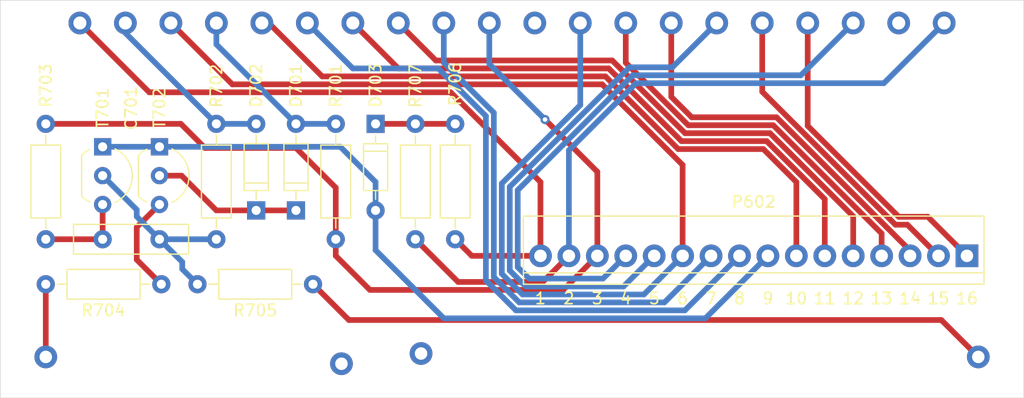
<source format=kicad_pcb>
(kicad_pcb (version 20171130) (host pcbnew "(5.1.7)-1")

  (general
    (thickness 1.6)
    (drawings 21)
    (tracks 146)
    (zones 0)
    (modules 21)
    (nets 30)
  )

  (page A4)
  (layers
    (0 F.Cu signal)
    (31 B.Cu signal)
    (32 B.Adhes user)
    (33 F.Adhes user)
    (34 B.Paste user)
    (35 F.Paste user)
    (36 B.SilkS user)
    (37 F.SilkS user)
    (38 B.Mask user)
    (39 F.Mask user)
    (40 Dwgs.User user)
    (41 Cmts.User user)
    (42 Eco1.User user)
    (43 Eco2.User user)
    (44 Edge.Cuts user)
    (45 Margin user)
    (46 B.CrtYd user)
    (47 F.CrtYd user)
    (48 B.Fab user)
    (49 F.Fab user hide)
  )

  (setup
    (last_trace_width 0.25)
    (user_trace_width 0.5)
    (trace_clearance 0.2)
    (zone_clearance 0.508)
    (zone_45_only no)
    (trace_min 0.2)
    (via_size 0.8)
    (via_drill 0.4)
    (via_min_size 0.4)
    (via_min_drill 0.3)
    (uvia_size 0.3)
    (uvia_drill 0.1)
    (uvias_allowed no)
    (uvia_min_size 0.2)
    (uvia_min_drill 0.1)
    (edge_width 0.05)
    (segment_width 0.2)
    (pcb_text_width 0.3)
    (pcb_text_size 1.5 1.5)
    (mod_edge_width 0.12)
    (mod_text_size 1 1)
    (mod_text_width 0.15)
    (pad_size 2 2)
    (pad_drill 1.1)
    (pad_to_mask_clearance 0)
    (aux_axis_origin 0 0)
    (visible_elements 7FFFFF7F)
    (pcbplotparams
      (layerselection 0x010fc_ffffffff)
      (usegerberextensions true)
      (usegerberattributes true)
      (usegerberadvancedattributes true)
      (creategerberjobfile false)
      (excludeedgelayer true)
      (linewidth 0.100000)
      (plotframeref false)
      (viasonmask false)
      (mode 1)
      (useauxorigin false)
      (hpglpennumber 1)
      (hpglpenspeed 20)
      (hpglpendiameter 15.000000)
      (psnegative false)
      (psa4output false)
      (plotreference true)
      (plotvalue false)
      (plotinvisibletext false)
      (padsonsilk false)
      (subtractmaskfromsilk true)
      (outputformat 1)
      (mirror false)
      (drillshape 0)
      (scaleselection 1)
      (outputdirectory "gerber"))
  )

  (net 0 "")
  (net 1 D20)
  (net 2 D19)
  (net 3 D18)
  (net 4 D17)
  (net 5 D16)
  (net 6 D15)
  (net 7 D14)
  (net 8 D13)
  (net 9 D12)
  (net 10 D11)
  (net 11 D10)
  (net 12 D9)
  (net 13 D8)
  (net 14 D7)
  (net 15 D6)
  (net 16 D5)
  (net 17 D4)
  (net 18 D2)
  (net 19 D1)
  (net 20 "Net-(C701-Pad1)")
  (net 21 "Net-(C701-Pad2)")
  (net 22 "Net-(D701-Pad1)")
  (net 23 "Net-(D703-Pad1)")
  (net 24 "Net-(R704-Pad1)")
  (net 25 P602_9)
  (net 26 "Net-(J3-Pad1)")
  (net 27 "Net-(J4-Pad1)")
  (net 28 "Net-(J5-Pad1)")
  (net 29 "Net-(J6-Pad1)")

  (net_class Default "This is the default net class."
    (clearance 0.2)
    (trace_width 0.25)
    (via_dia 0.8)
    (via_drill 0.4)
    (uvia_dia 0.3)
    (uvia_drill 0.1)
    (add_net D1)
    (add_net D10)
    (add_net D11)
    (add_net D12)
    (add_net D13)
    (add_net D14)
    (add_net D15)
    (add_net D16)
    (add_net D17)
    (add_net D18)
    (add_net D19)
    (add_net D2)
    (add_net D20)
    (add_net D4)
    (add_net D5)
    (add_net D6)
    (add_net D7)
    (add_net D8)
    (add_net D9)
    (add_net "Net-(C701-Pad1)")
    (add_net "Net-(C701-Pad2)")
    (add_net "Net-(D701-Pad1)")
    (add_net "Net-(D703-Pad1)")
    (add_net "Net-(J3-Pad1)")
    (add_net "Net-(J4-Pad1)")
    (add_net "Net-(J5-Pad1)")
    (add_net "Net-(J6-Pad1)")
    (add_net "Net-(R704-Pad1)")
    (add_net P602_9)
  )

  (module dual_cr1750_display:Conn_01x16 (layer F.Cu) (tedit 618F9FA0) (tstamp 60BB4643)
    (at 105 42.5 180)
    (descr "JST XH series connector, B16B-XH-A, top entry type, through hole")
    (tags "connector jst xh tht top vertical 2.50mm")
    (path /60F85363)
    (clearance 0.5)
    (fp_text reference J2 (at 18.75 -3.5) (layer F.SilkS) hide
      (effects (font (size 1 1) (thickness 0.15)))
    )
    (fp_text value Conn_01x16 (at 18.75 4.5) (layer F.Fab) hide
      (effects (font (size 1 1) (thickness 0.15)))
    )
    (fp_line (start 39 -2.5) (end 39 3.5) (layer F.SilkS) (width 0.12))
    (fp_line (start -1.5 -2.5) (end -1.5 3.5) (layer F.SilkS) (width 0.12))
    (fp_line (start 39 -2.5) (end -1.5 -2.5) (layer F.SilkS) (width 0.12))
    (fp_line (start -1.5 -1.5) (end 39 -1.5) (layer F.SilkS) (width 0.12))
    (fp_line (start -1.5 3.5) (end 39 3.5) (layer F.SilkS) (width 0.12))
    (fp_text user %R (at 18.75 2.5) (layer F.Fab) hide
      (effects (font (size 1 1) (thickness 0.15)))
    )
    (pad 1 thru_hole rect (at 0 0 180) (size 2 2) (drill 1.1) (layers *.Cu *.Mask)
      (net 4 D17))
    (pad 2 thru_hole circle (at 2.5 0 180) (size 2 2) (drill 1.1) (layers *.Cu *.Mask)
      (net 5 D16))
    (pad 3 thru_hole circle (at 5 0 180) (size 2 2) (drill 1.1) (layers *.Cu *.Mask)
      (net 7 D14))
    (pad 4 thru_hole circle (at 7.5 0 180) (size 2 2) (drill 1.1) (layers *.Cu *.Mask)
      (net 8 D13))
    (pad 5 thru_hole circle (at 10 0 180) (size 2 2) (drill 1.1) (layers *.Cu *.Mask)
      (net 13 D8))
    (pad 6 thru_hole circle (at 12.5 0 180) (size 2 2) (drill 1.1) (layers *.Cu *.Mask)
      (net 14 D7))
    (pad 7 thru_hole circle (at 15 0 180) (size 2 2) (drill 1.1) (layers *.Cu *.Mask)
      (net 16 D5))
    (pad 8 thru_hole circle (at 17.5 0 180) (size 2 2) (drill 1.1) (layers *.Cu *.Mask)
      (net 25 P602_9))
    (pad 9 thru_hole circle (at 20 0 180) (size 2 2) (drill 1.1) (layers *.Cu *.Mask)
      (net 15 D6))
    (pad 10 thru_hole circle (at 22.5 0 180) (size 2 2) (drill 1.1) (layers *.Cu *.Mask)
      (net 12 D9))
    (pad 11 thru_hole circle (at 25 0 180) (size 2 2) (drill 1.1) (layers *.Cu *.Mask)
      (net 9 D12))
    (pad 12 thru_hole circle (at 27.5 0 180) (size 2 2) (drill 1.1) (layers *.Cu *.Mask)
      (net 6 D15))
    (pad 13 thru_hole circle (at 30 0 180) (size 2 2) (drill 1.1) (layers *.Cu *.Mask)
      (net 3 D18))
    (pad 14 thru_hole circle (at 32.5 0 180) (size 2 2) (drill 1.1) (layers *.Cu *.Mask)
      (net 11 D10))
    (pad 15 thru_hole circle (at 35 0 180) (size 2 2) (drill 1.1) (layers *.Cu *.Mask)
      (net 1 D20))
    (pad 16 thru_hole circle (at 37.5 0 180) (size 2 2) (drill 1.1) (layers *.Cu *.Mask)
      (net 19 D1))
  )

  (module Wire_Pads:SolderWirePad_single_1mmDrill (layer F.Cu) (tedit 618FAB59) (tstamp 60BC0E44)
    (at 24 51.4)
    (path /60FEAA69)
    (fp_text reference J3 (at 0 -3.81) (layer F.SilkS) hide
      (effects (font (size 1 1) (thickness 0.15)))
    )
    (fp_text value P804_8 (at -1.905 3.175) (layer F.Fab)
      (effects (font (size 1 1) (thickness 0.15)))
    )
    (pad 1 thru_hole circle (at 0 0) (size 2 2) (drill 1.1) (layers *.Cu *.Mask)
      (net 26 "Net-(J3-Pad1)"))
  )

  (module Wire_Pads:SolderWirePad_single_1mmDrill (layer F.Cu) (tedit 618FAB60) (tstamp 60BC0834)
    (at 106 51.4)
    (path /60FE6BD3)
    (fp_text reference J4 (at 0 -3.81) (layer F.SilkS) hide
      (effects (font (size 1 1) (thickness 0.15)))
    )
    (fp_text value P804_7 (at -1.905 3.175) (layer F.Fab)
      (effects (font (size 1 1) (thickness 0.15)))
    )
    (pad 1 thru_hole circle (at 0 0) (size 2 2) (drill 1.1) (layers *.Cu *.Mask)
      (net 27 "Net-(J4-Pad1)"))
  )

  (module Wire_Pads:SolderWirePad_single_1mmDrill (layer F.Cu) (tedit 618FAB51) (tstamp 60BBFA6F)
    (at 57 51.1)
    (path /61050FD4)
    (fp_text reference J6 (at 0 -3.81) (layer F.SilkS) hide
      (effects (font (size 1 1) (thickness 0.15)))
    )
    (fp_text value Conn_01x01 (at -1.905 3.175) (layer F.Fab)
      (effects (font (size 1 1) (thickness 0.15)))
    )
    (pad 1 thru_hole circle (at 0 0) (size 2 2) (drill 1.1) (layers *.Cu *.Mask)
      (net 29 "Net-(J6-Pad1)"))
  )

  (module Wire_Pads:SolderWirePad_single_1mmDrill (layer F.Cu) (tedit 618FAB4B) (tstamp 60BBFA6C)
    (at 50 52)
    (path /60FED0A6)
    (fp_text reference J5 (at 0 -3.81) (layer F.SilkS) hide
      (effects (font (size 1 1) (thickness 0.15)))
    )
    (fp_text value Conn_01x01 (at -1.905 3.175) (layer F.Fab)
      (effects (font (size 1 1) (thickness 0.15)))
    )
    (pad 1 thru_hole circle (at 0 0) (size 2 2) (drill 1.1) (layers *.Cu *.Mask)
      (net 28 "Net-(J5-Pad1)"))
  )

  (module Capacitors_THT:C_Disc_D10.0mm_W2.5mm_P5.00mm (layer F.Cu) (tedit 597BC7C2) (tstamp 60BBB1CE)
    (at 34 41.04 180)
    (descr "C, Disc series, Radial, pin pitch=5.00mm, , diameter*width=10*2.5mm^2, Capacitor, http://cdn-reichelt.de/documents/datenblatt/B300/DS_KERKO_TC.pdf")
    (tags "C Disc series Radial pin pitch 5.00mm  diameter 10mm width 2.5mm Capacitor")
    (path /60F9E1DF)
    (fp_text reference C701 (at 2.5 11.54 90) (layer F.SilkS)
      (effects (font (size 1 1) (thickness 0.15)))
    )
    (fp_text value 40nF (at 2.5 2.56) (layer F.Fab)
      (effects (font (size 1 1) (thickness 0.15)))
    )
    (fp_line (start -2.5 -1.25) (end -2.5 1.25) (layer F.Fab) (width 0.1))
    (fp_line (start -2.5 1.25) (end 7.5 1.25) (layer F.Fab) (width 0.1))
    (fp_line (start 7.5 1.25) (end 7.5 -1.25) (layer F.Fab) (width 0.1))
    (fp_line (start 7.5 -1.25) (end -2.5 -1.25) (layer F.Fab) (width 0.1))
    (fp_line (start -2.56 -1.31) (end 7.56 -1.31) (layer F.SilkS) (width 0.12))
    (fp_line (start -2.56 1.31) (end 7.56 1.31) (layer F.SilkS) (width 0.12))
    (fp_line (start -2.56 -1.31) (end -2.56 1.31) (layer F.SilkS) (width 0.12))
    (fp_line (start 7.56 -1.31) (end 7.56 1.31) (layer F.SilkS) (width 0.12))
    (fp_line (start -2.85 -1.6) (end -2.85 1.6) (layer F.CrtYd) (width 0.05))
    (fp_line (start -2.85 1.6) (end 7.85 1.6) (layer F.CrtYd) (width 0.05))
    (fp_line (start 7.85 1.6) (end 7.85 -1.6) (layer F.CrtYd) (width 0.05))
    (fp_line (start 7.85 -1.6) (end -2.85 -1.6) (layer F.CrtYd) (width 0.05))
    (fp_text user %R (at 2.5 0) (layer F.Fab)
      (effects (font (size 1 1) (thickness 0.15)))
    )
    (pad 1 thru_hole circle (at 0 0 180) (size 1.6 1.6) (drill 0.8) (layers *.Cu *.Mask)
      (net 20 "Net-(C701-Pad1)"))
    (pad 2 thru_hole circle (at 5 0 180) (size 1.6 1.6) (drill 0.8) (layers *.Cu *.Mask)
      (net 21 "Net-(C701-Pad2)"))
    (model ${KISYS3DMOD}/Capacitors_THT.3dshapes/C_Disc_D10.0mm_W2.5mm_P5.00mm.wrl
      (at (xyz 0 0 0))
      (scale (xyz 1 1 1))
      (rotate (xyz 0 0 0))
    )
  )

  (module TO_SOT_Packages_THT:TO-92_Inline_Wide (layer F.Cu) (tedit 58CE52AF) (tstamp 60BB545B)
    (at 34 32.9 270)
    (descr "TO-92 leads in-line, wide, drill 0.8mm (see NXP sot054_po.pdf)")
    (tags "to-92 sc-43 sc-43a sot54 PA33 transistor")
    (path /60F91C0A)
    (fp_text reference T702 (at -3.4 0 90) (layer F.SilkS)
      (effects (font (size 1 1) (thickness 0.15)))
    )
    (fp_text value 2SC945 (at 2.54 2.79 90) (layer F.Fab)
      (effects (font (size 1 1) (thickness 0.15)))
    )
    (fp_line (start 0.74 1.85) (end 4.34 1.85) (layer F.SilkS) (width 0.12))
    (fp_line (start 0.8 1.75) (end 4.3 1.75) (layer F.Fab) (width 0.1))
    (fp_line (start -1.01 -2.73) (end 6.09 -2.73) (layer F.CrtYd) (width 0.05))
    (fp_line (start -1.01 -2.73) (end -1.01 2.01) (layer F.CrtYd) (width 0.05))
    (fp_line (start 6.09 2.01) (end 6.09 -2.73) (layer F.CrtYd) (width 0.05))
    (fp_line (start 6.09 2.01) (end -1.01 2.01) (layer F.CrtYd) (width 0.05))
    (fp_text user %R (at 2.54 -3.56 270) (layer F.Fab)
      (effects (font (size 1 1) (thickness 0.15)))
    )
    (fp_arc (start 2.54 0) (end 0.74 1.85) (angle 20) (layer F.SilkS) (width 0.12))
    (fp_arc (start 2.54 0) (end 2.54 -2.6) (angle -65) (layer F.SilkS) (width 0.12))
    (fp_arc (start 2.54 0) (end 2.54 -2.6) (angle 65) (layer F.SilkS) (width 0.12))
    (fp_arc (start 2.54 0) (end 2.54 -2.48) (angle 135) (layer F.Fab) (width 0.1))
    (fp_arc (start 2.54 0) (end 2.54 -2.48) (angle -135) (layer F.Fab) (width 0.1))
    (fp_arc (start 2.54 0) (end 4.34 1.85) (angle -20) (layer F.SilkS) (width 0.12))
    (pad 2 thru_hole circle (at 2.54 0) (size 1.52 1.52) (drill 0.8) (layers *.Cu *.Mask)
      (net 22 "Net-(D701-Pad1)"))
    (pad 3 thru_hole circle (at 5.08 0) (size 1.52 1.52) (drill 0.8) (layers *.Cu *.Mask)
      (net 24 "Net-(R704-Pad1)"))
    (pad 1 thru_hole rect (at 0 0) (size 1.52 1.52) (drill 0.8) (layers *.Cu *.Mask)
      (net 25 P602_9))
    (model ${KISYS3DMOD}/TO_SOT_Packages_THT.3dshapes/TO-92_Inline_Wide.wrl
      (offset (xyz 2.539999961853027 0 0))
      (scale (xyz 1 1 1))
      (rotate (xyz 0 0 -90))
    )
  )

  (module TO_SOT_Packages_THT:TO-92_Inline_Wide (layer F.Cu) (tedit 58CE52AF) (tstamp 60BB5458)
    (at 29 32.9 270)
    (descr "TO-92 leads in-line, wide, drill 0.8mm (see NXP sot054_po.pdf)")
    (tags "to-92 sc-43 sc-43a sot54 PA33 transistor")
    (path /60F92334)
    (fp_text reference T701 (at -3.4 0 90) (layer F.SilkS)
      (effects (font (size 1 1) (thickness 0.15)))
    )
    (fp_text value 2SC945 (at 2.54 2.79 90) (layer F.Fab)
      (effects (font (size 1 1) (thickness 0.15)))
    )
    (fp_line (start 0.74 1.85) (end 4.34 1.85) (layer F.SilkS) (width 0.12))
    (fp_line (start 0.8 1.75) (end 4.3 1.75) (layer F.Fab) (width 0.1))
    (fp_line (start -1.01 -2.73) (end 6.09 -2.73) (layer F.CrtYd) (width 0.05))
    (fp_line (start -1.01 -2.73) (end -1.01 2.01) (layer F.CrtYd) (width 0.05))
    (fp_line (start 6.09 2.01) (end 6.09 -2.73) (layer F.CrtYd) (width 0.05))
    (fp_line (start 6.09 2.01) (end -1.01 2.01) (layer F.CrtYd) (width 0.05))
    (fp_text user %R (at 2.54 -3.56 270) (layer F.Fab)
      (effects (font (size 1 1) (thickness 0.15)))
    )
    (fp_arc (start 2.54 0) (end 0.74 1.85) (angle 20) (layer F.SilkS) (width 0.12))
    (fp_arc (start 2.54 0) (end 2.54 -2.6) (angle -65) (layer F.SilkS) (width 0.12))
    (fp_arc (start 2.54 0) (end 2.54 -2.6) (angle 65) (layer F.SilkS) (width 0.12))
    (fp_arc (start 2.54 0) (end 2.54 -2.48) (angle 135) (layer F.Fab) (width 0.1))
    (fp_arc (start 2.54 0) (end 2.54 -2.48) (angle -135) (layer F.Fab) (width 0.1))
    (fp_arc (start 2.54 0) (end 4.34 1.85) (angle -20) (layer F.SilkS) (width 0.12))
    (pad 2 thru_hole circle (at 2.54 0) (size 1.52 1.52) (drill 0.8) (layers *.Cu *.Mask)
      (net 20 "Net-(C701-Pad1)"))
    (pad 3 thru_hole circle (at 5.08 0) (size 1.52 1.52) (drill 0.8) (layers *.Cu *.Mask)
      (net 21 "Net-(C701-Pad2)"))
    (pad 1 thru_hole rect (at 0 0) (size 1.52 1.52) (drill 0.8) (layers *.Cu *.Mask)
      (net 25 P602_9))
    (model ${KISYS3DMOD}/TO_SOT_Packages_THT.3dshapes/TO-92_Inline_Wide.wrl
      (offset (xyz 2.539999961853027 0 0))
      (scale (xyz 1 1 1))
      (rotate (xyz 0 0 -90))
    )
  )

  (module Resistors_THT:R_Axial_DIN0207_L6.3mm_D2.5mm_P10.16mm_Horizontal (layer F.Cu) (tedit 5874F706) (tstamp 60BB5455)
    (at 56.5 41.04 90)
    (descr "Resistor, Axial_DIN0207 series, Axial, Horizontal, pin pitch=10.16mm, 0.25W = 1/4W, length*diameter=6.3*2.5mm^2, http://cdn-reichelt.de/documents/datenblatt/B400/1_4W%23YAG.pdf")
    (tags "Resistor Axial_DIN0207 series Axial Horizontal pin pitch 10.16mm 0.25W = 1/4W length 6.3mm diameter 2.5mm")
    (path /60F964A1)
    (fp_text reference R707 (at 13.5 0 90) (layer F.SilkS)
      (effects (font (size 1 1) (thickness 0.15)))
    )
    (fp_text value 560 (at 5.08 2.31 90) (layer F.Fab)
      (effects (font (size 1 1) (thickness 0.15)))
    )
    (fp_line (start 1.93 -1.25) (end 1.93 1.25) (layer F.Fab) (width 0.1))
    (fp_line (start 1.93 1.25) (end 8.23 1.25) (layer F.Fab) (width 0.1))
    (fp_line (start 8.23 1.25) (end 8.23 -1.25) (layer F.Fab) (width 0.1))
    (fp_line (start 8.23 -1.25) (end 1.93 -1.25) (layer F.Fab) (width 0.1))
    (fp_line (start 0 0) (end 1.93 0) (layer F.Fab) (width 0.1))
    (fp_line (start 10.16 0) (end 8.23 0) (layer F.Fab) (width 0.1))
    (fp_line (start 1.87 -1.31) (end 1.87 1.31) (layer F.SilkS) (width 0.12))
    (fp_line (start 1.87 1.31) (end 8.29 1.31) (layer F.SilkS) (width 0.12))
    (fp_line (start 8.29 1.31) (end 8.29 -1.31) (layer F.SilkS) (width 0.12))
    (fp_line (start 8.29 -1.31) (end 1.87 -1.31) (layer F.SilkS) (width 0.12))
    (fp_line (start 0.98 0) (end 1.87 0) (layer F.SilkS) (width 0.12))
    (fp_line (start 9.18 0) (end 8.29 0) (layer F.SilkS) (width 0.12))
    (fp_line (start -1.05 -1.6) (end -1.05 1.6) (layer F.CrtYd) (width 0.05))
    (fp_line (start -1.05 1.6) (end 11.25 1.6) (layer F.CrtYd) (width 0.05))
    (fp_line (start 11.25 1.6) (end 11.25 -1.6) (layer F.CrtYd) (width 0.05))
    (fp_line (start 11.25 -1.6) (end -1.05 -1.6) (layer F.CrtYd) (width 0.05))
    (pad 1 thru_hole circle (at 0 0 90) (size 1.6 1.6) (drill 0.8) (layers *.Cu *.Mask)
      (net 1 D20))
    (pad 2 thru_hole oval (at 10.16 0 90) (size 1.6 1.6) (drill 0.8) (layers *.Cu *.Mask)
      (net 23 "Net-(D703-Pad1)"))
    (model ${KISYS3DMOD}/Resistors_THT.3dshapes/R_Axial_DIN0207_L6.3mm_D2.5mm_P10.16mm_Horizontal.wrl
      (at (xyz 0 0 0))
      (scale (xyz 0.393701 0.393701 0.393701))
      (rotate (xyz 0 0 0))
    )
  )

  (module Resistors_THT:R_Axial_DIN0207_L6.3mm_D2.5mm_P10.16mm_Horizontal (layer F.Cu) (tedit 5874F706) (tstamp 60BB5452)
    (at 60 41.04 90)
    (descr "Resistor, Axial_DIN0207 series, Axial, Horizontal, pin pitch=10.16mm, 0.25W = 1/4W, length*diameter=6.3*2.5mm^2, http://cdn-reichelt.de/documents/datenblatt/B400/1_4W%23YAG.pdf")
    (tags "Resistor Axial_DIN0207 series Axial Horizontal pin pitch 10.16mm 0.25W = 1/4W length 6.3mm diameter 2.5mm")
    (path /60F95C49)
    (fp_text reference R706 (at 13.66 0 90) (layer F.SilkS)
      (effects (font (size 1 1) (thickness 0.15)))
    )
    (fp_text value 560 (at 5.08 2.31 90) (layer F.Fab)
      (effects (font (size 1 1) (thickness 0.15)))
    )
    (fp_line (start 1.93 -1.25) (end 1.93 1.25) (layer F.Fab) (width 0.1))
    (fp_line (start 1.93 1.25) (end 8.23 1.25) (layer F.Fab) (width 0.1))
    (fp_line (start 8.23 1.25) (end 8.23 -1.25) (layer F.Fab) (width 0.1))
    (fp_line (start 8.23 -1.25) (end 1.93 -1.25) (layer F.Fab) (width 0.1))
    (fp_line (start 0 0) (end 1.93 0) (layer F.Fab) (width 0.1))
    (fp_line (start 10.16 0) (end 8.23 0) (layer F.Fab) (width 0.1))
    (fp_line (start 1.87 -1.31) (end 1.87 1.31) (layer F.SilkS) (width 0.12))
    (fp_line (start 1.87 1.31) (end 8.29 1.31) (layer F.SilkS) (width 0.12))
    (fp_line (start 8.29 1.31) (end 8.29 -1.31) (layer F.SilkS) (width 0.12))
    (fp_line (start 8.29 -1.31) (end 1.87 -1.31) (layer F.SilkS) (width 0.12))
    (fp_line (start 0.98 0) (end 1.87 0) (layer F.SilkS) (width 0.12))
    (fp_line (start 9.18 0) (end 8.29 0) (layer F.SilkS) (width 0.12))
    (fp_line (start -1.05 -1.6) (end -1.05 1.6) (layer F.CrtYd) (width 0.05))
    (fp_line (start -1.05 1.6) (end 11.25 1.6) (layer F.CrtYd) (width 0.05))
    (fp_line (start 11.25 1.6) (end 11.25 -1.6) (layer F.CrtYd) (width 0.05))
    (fp_line (start 11.25 -1.6) (end -1.05 -1.6) (layer F.CrtYd) (width 0.05))
    (pad 1 thru_hole circle (at 0 0 90) (size 1.6 1.6) (drill 0.8) (layers *.Cu *.Mask)
      (net 19 D1))
    (pad 2 thru_hole oval (at 10.16 0 90) (size 1.6 1.6) (drill 0.8) (layers *.Cu *.Mask)
      (net 23 "Net-(D703-Pad1)"))
    (model ${KISYS3DMOD}/Resistors_THT.3dshapes/R_Axial_DIN0207_L6.3mm_D2.5mm_P10.16mm_Horizontal.wrl
      (at (xyz 0 0 0))
      (scale (xyz 0.393701 0.393701 0.393701))
      (rotate (xyz 0 0 0))
    )
  )

  (module Resistors_THT:R_Axial_DIN0207_L6.3mm_D2.5mm_P10.16mm_Horizontal (layer F.Cu) (tedit 5874F706) (tstamp 60BB544F)
    (at 47.5 45 180)
    (descr "Resistor, Axial_DIN0207 series, Axial, Horizontal, pin pitch=10.16mm, 0.25W = 1/4W, length*diameter=6.3*2.5mm^2, http://cdn-reichelt.de/documents/datenblatt/B400/1_4W%23YAG.pdf")
    (tags "Resistor Axial_DIN0207 series Axial Horizontal pin pitch 10.16mm 0.25W = 1/4W length 6.3mm diameter 2.5mm")
    (path /60F97156)
    (fp_text reference R705 (at 5.08 -2.31) (layer F.SilkS)
      (effects (font (size 1 1) (thickness 0.15)))
    )
    (fp_text value 5,6k (at 5.08 2.31) (layer F.Fab)
      (effects (font (size 1 1) (thickness 0.15)))
    )
    (fp_line (start 1.93 -1.25) (end 1.93 1.25) (layer F.Fab) (width 0.1))
    (fp_line (start 1.93 1.25) (end 8.23 1.25) (layer F.Fab) (width 0.1))
    (fp_line (start 8.23 1.25) (end 8.23 -1.25) (layer F.Fab) (width 0.1))
    (fp_line (start 8.23 -1.25) (end 1.93 -1.25) (layer F.Fab) (width 0.1))
    (fp_line (start 0 0) (end 1.93 0) (layer F.Fab) (width 0.1))
    (fp_line (start 10.16 0) (end 8.23 0) (layer F.Fab) (width 0.1))
    (fp_line (start 1.87 -1.31) (end 1.87 1.31) (layer F.SilkS) (width 0.12))
    (fp_line (start 1.87 1.31) (end 8.29 1.31) (layer F.SilkS) (width 0.12))
    (fp_line (start 8.29 1.31) (end 8.29 -1.31) (layer F.SilkS) (width 0.12))
    (fp_line (start 8.29 -1.31) (end 1.87 -1.31) (layer F.SilkS) (width 0.12))
    (fp_line (start 0.98 0) (end 1.87 0) (layer F.SilkS) (width 0.12))
    (fp_line (start 9.18 0) (end 8.29 0) (layer F.SilkS) (width 0.12))
    (fp_line (start -1.05 -1.6) (end -1.05 1.6) (layer F.CrtYd) (width 0.05))
    (fp_line (start -1.05 1.6) (end 11.25 1.6) (layer F.CrtYd) (width 0.05))
    (fp_line (start 11.25 1.6) (end 11.25 -1.6) (layer F.CrtYd) (width 0.05))
    (fp_line (start 11.25 -1.6) (end -1.05 -1.6) (layer F.CrtYd) (width 0.05))
    (pad 1 thru_hole circle (at 0 0 180) (size 1.6 1.6) (drill 0.8) (layers *.Cu *.Mask)
      (net 27 "Net-(J4-Pad1)"))
    (pad 2 thru_hole oval (at 10.16 0 180) (size 1.6 1.6) (drill 0.8) (layers *.Cu *.Mask)
      (net 20 "Net-(C701-Pad1)"))
    (model ${KISYS3DMOD}/Resistors_THT.3dshapes/R_Axial_DIN0207_L6.3mm_D2.5mm_P10.16mm_Horizontal.wrl
      (at (xyz 0 0 0))
      (scale (xyz 0.393701 0.393701 0.393701))
      (rotate (xyz 0 0 0))
    )
  )

  (module Resistors_THT:R_Axial_DIN0207_L6.3mm_D2.5mm_P10.16mm_Horizontal (layer F.Cu) (tedit 5874F706) (tstamp 60BB544C)
    (at 34.16 45 180)
    (descr "Resistor, Axial_DIN0207 series, Axial, Horizontal, pin pitch=10.16mm, 0.25W = 1/4W, length*diameter=6.3*2.5mm^2, http://cdn-reichelt.de/documents/datenblatt/B400/1_4W%23YAG.pdf")
    (tags "Resistor Axial_DIN0207 series Axial Horizontal pin pitch 10.16mm 0.25W = 1/4W length 6.3mm diameter 2.5mm")
    (path /60F96E0F)
    (fp_text reference R704 (at 5.08 -2.31) (layer F.SilkS)
      (effects (font (size 1 1) (thickness 0.15)))
    )
    (fp_text value 56k (at 5.08 2.31) (layer F.Fab)
      (effects (font (size 1 1) (thickness 0.15)))
    )
    (fp_line (start 1.93 -1.25) (end 1.93 1.25) (layer F.Fab) (width 0.1))
    (fp_line (start 1.93 1.25) (end 8.23 1.25) (layer F.Fab) (width 0.1))
    (fp_line (start 8.23 1.25) (end 8.23 -1.25) (layer F.Fab) (width 0.1))
    (fp_line (start 8.23 -1.25) (end 1.93 -1.25) (layer F.Fab) (width 0.1))
    (fp_line (start 0 0) (end 1.93 0) (layer F.Fab) (width 0.1))
    (fp_line (start 10.16 0) (end 8.23 0) (layer F.Fab) (width 0.1))
    (fp_line (start 1.87 -1.31) (end 1.87 1.31) (layer F.SilkS) (width 0.12))
    (fp_line (start 1.87 1.31) (end 8.29 1.31) (layer F.SilkS) (width 0.12))
    (fp_line (start 8.29 1.31) (end 8.29 -1.31) (layer F.SilkS) (width 0.12))
    (fp_line (start 8.29 -1.31) (end 1.87 -1.31) (layer F.SilkS) (width 0.12))
    (fp_line (start 0.98 0) (end 1.87 0) (layer F.SilkS) (width 0.12))
    (fp_line (start 9.18 0) (end 8.29 0) (layer F.SilkS) (width 0.12))
    (fp_line (start -1.05 -1.6) (end -1.05 1.6) (layer F.CrtYd) (width 0.05))
    (fp_line (start -1.05 1.6) (end 11.25 1.6) (layer F.CrtYd) (width 0.05))
    (fp_line (start 11.25 1.6) (end 11.25 -1.6) (layer F.CrtYd) (width 0.05))
    (fp_line (start 11.25 -1.6) (end -1.05 -1.6) (layer F.CrtYd) (width 0.05))
    (pad 1 thru_hole circle (at 0 0 180) (size 1.6 1.6) (drill 0.8) (layers *.Cu *.Mask)
      (net 24 "Net-(R704-Pad1)"))
    (pad 2 thru_hole oval (at 10.16 0 180) (size 1.6 1.6) (drill 0.8) (layers *.Cu *.Mask)
      (net 26 "Net-(J3-Pad1)"))
    (model ${KISYS3DMOD}/Resistors_THT.3dshapes/R_Axial_DIN0207_L6.3mm_D2.5mm_P10.16mm_Horizontal.wrl
      (at (xyz 0 0 0))
      (scale (xyz 0.393701 0.393701 0.393701))
      (rotate (xyz 0 0 0))
    )
  )

  (module Resistors_THT:R_Axial_DIN0207_L6.3mm_D2.5mm_P10.16mm_Horizontal (layer F.Cu) (tedit 5874F706) (tstamp 60BB5449)
    (at 24 41.04 90)
    (descr "Resistor, Axial_DIN0207 series, Axial, Horizontal, pin pitch=10.16mm, 0.25W = 1/4W, length*diameter=6.3*2.5mm^2, http://cdn-reichelt.de/documents/datenblatt/B400/1_4W%23YAG.pdf")
    (tags "Resistor Axial_DIN0207 series Axial Horizontal pin pitch 10.16mm 0.25W = 1/4W length 6.3mm diameter 2.5mm")
    (path /60F96AEF)
    (fp_text reference R703 (at 13.54 0 90) (layer F.SilkS)
      (effects (font (size 1 1) (thickness 0.15)))
    )
    (fp_text value 56k (at 5.08 2.31 90) (layer F.Fab)
      (effects (font (size 1 1) (thickness 0.15)))
    )
    (fp_line (start 1.93 -1.25) (end 1.93 1.25) (layer F.Fab) (width 0.1))
    (fp_line (start 1.93 1.25) (end 8.23 1.25) (layer F.Fab) (width 0.1))
    (fp_line (start 8.23 1.25) (end 8.23 -1.25) (layer F.Fab) (width 0.1))
    (fp_line (start 8.23 -1.25) (end 1.93 -1.25) (layer F.Fab) (width 0.1))
    (fp_line (start 0 0) (end 1.93 0) (layer F.Fab) (width 0.1))
    (fp_line (start 10.16 0) (end 8.23 0) (layer F.Fab) (width 0.1))
    (fp_line (start 1.87 -1.31) (end 1.87 1.31) (layer F.SilkS) (width 0.12))
    (fp_line (start 1.87 1.31) (end 8.29 1.31) (layer F.SilkS) (width 0.12))
    (fp_line (start 8.29 1.31) (end 8.29 -1.31) (layer F.SilkS) (width 0.12))
    (fp_line (start 8.29 -1.31) (end 1.87 -1.31) (layer F.SilkS) (width 0.12))
    (fp_line (start 0.98 0) (end 1.87 0) (layer F.SilkS) (width 0.12))
    (fp_line (start 9.18 0) (end 8.29 0) (layer F.SilkS) (width 0.12))
    (fp_line (start -1.05 -1.6) (end -1.05 1.6) (layer F.CrtYd) (width 0.05))
    (fp_line (start -1.05 1.6) (end 11.25 1.6) (layer F.CrtYd) (width 0.05))
    (fp_line (start 11.25 1.6) (end 11.25 -1.6) (layer F.CrtYd) (width 0.05))
    (fp_line (start 11.25 -1.6) (end -1.05 -1.6) (layer F.CrtYd) (width 0.05))
    (pad 1 thru_hole circle (at 0 0 90) (size 1.6 1.6) (drill 0.8) (layers *.Cu *.Mask)
      (net 21 "Net-(C701-Pad2)"))
    (pad 2 thru_hole oval (at 10.16 0 90) (size 1.6 1.6) (drill 0.8) (layers *.Cu *.Mask)
      (net 11 D10))
    (model ${KISYS3DMOD}/Resistors_THT.3dshapes/R_Axial_DIN0207_L6.3mm_D2.5mm_P10.16mm_Horizontal.wrl
      (at (xyz 0 0 0))
      (scale (xyz 0.393701 0.393701 0.393701))
      (rotate (xyz 0 0 0))
    )
  )

  (module Resistors_THT:R_Axial_DIN0207_L6.3mm_D2.5mm_P10.16mm_Horizontal (layer F.Cu) (tedit 5874F706) (tstamp 60BB5446)
    (at 39 41.04 90)
    (descr "Resistor, Axial_DIN0207 series, Axial, Horizontal, pin pitch=10.16mm, 0.25W = 1/4W, length*diameter=6.3*2.5mm^2, http://cdn-reichelt.de/documents/datenblatt/B400/1_4W%23YAG.pdf")
    (tags "Resistor Axial_DIN0207 series Axial Horizontal pin pitch 10.16mm 0.25W = 1/4W length 6.3mm diameter 2.5mm")
    (path /60F9679A)
    (fp_text reference R702 (at 13.5 0 90) (layer F.SilkS)
      (effects (font (size 1 1) (thickness 0.15)))
    )
    (fp_text value 8,2k (at 5.08 2.31 90) (layer F.Fab)
      (effects (font (size 1 1) (thickness 0.15)))
    )
    (fp_line (start 1.93 -1.25) (end 1.93 1.25) (layer F.Fab) (width 0.1))
    (fp_line (start 1.93 1.25) (end 8.23 1.25) (layer F.Fab) (width 0.1))
    (fp_line (start 8.23 1.25) (end 8.23 -1.25) (layer F.Fab) (width 0.1))
    (fp_line (start 8.23 -1.25) (end 1.93 -1.25) (layer F.Fab) (width 0.1))
    (fp_line (start 0 0) (end 1.93 0) (layer F.Fab) (width 0.1))
    (fp_line (start 10.16 0) (end 8.23 0) (layer F.Fab) (width 0.1))
    (fp_line (start 1.87 -1.31) (end 1.87 1.31) (layer F.SilkS) (width 0.12))
    (fp_line (start 1.87 1.31) (end 8.29 1.31) (layer F.SilkS) (width 0.12))
    (fp_line (start 8.29 1.31) (end 8.29 -1.31) (layer F.SilkS) (width 0.12))
    (fp_line (start 8.29 -1.31) (end 1.87 -1.31) (layer F.SilkS) (width 0.12))
    (fp_line (start 0.98 0) (end 1.87 0) (layer F.SilkS) (width 0.12))
    (fp_line (start 9.18 0) (end 8.29 0) (layer F.SilkS) (width 0.12))
    (fp_line (start -1.05 -1.6) (end -1.05 1.6) (layer F.CrtYd) (width 0.05))
    (fp_line (start -1.05 1.6) (end 11.25 1.6) (layer F.CrtYd) (width 0.05))
    (fp_line (start 11.25 1.6) (end 11.25 -1.6) (layer F.CrtYd) (width 0.05))
    (fp_line (start 11.25 -1.6) (end -1.05 -1.6) (layer F.CrtYd) (width 0.05))
    (pad 1 thru_hole circle (at 0 0 90) (size 1.6 1.6) (drill 0.8) (layers *.Cu *.Mask)
      (net 20 "Net-(C701-Pad1)"))
    (pad 2 thru_hole oval (at 10.16 0 90) (size 1.6 1.6) (drill 0.8) (layers *.Cu *.Mask)
      (net 18 D2))
    (model ${KISYS3DMOD}/Resistors_THT.3dshapes/R_Axial_DIN0207_L6.3mm_D2.5mm_P10.16mm_Horizontal.wrl
      (at (xyz 0 0 0))
      (scale (xyz 0.393701 0.393701 0.393701))
      (rotate (xyz 0 0 0))
    )
  )

  (module Resistors_THT:R_Axial_DIN0207_L6.3mm_D2.5mm_P10.16mm_Horizontal (layer F.Cu) (tedit 5874F706) (tstamp 60BB5443)
    (at 49.5 30.88 270)
    (descr "Resistor, Axial_DIN0207 series, Axial, Horizontal, pin pitch=10.16mm, 0.25W = 1/4W, length*diameter=6.3*2.5mm^2, http://cdn-reichelt.de/documents/datenblatt/B400/1_4W%23YAG.pdf")
    (tags "Resistor Axial_DIN0207 series Axial Horizontal pin pitch 10.16mm 0.25W = 1/4W length 6.3mm diameter 2.5mm")
    (path /60F95637)
    (fp_text reference R701 (at -3.38 0 90) (layer F.SilkS)
      (effects (font (size 1 1) (thickness 0.15)))
    )
    (fp_text value 8,2k (at 5.08 2.31 90) (layer F.Fab)
      (effects (font (size 1 1) (thickness 0.15)))
    )
    (fp_line (start 1.93 -1.25) (end 1.93 1.25) (layer F.Fab) (width 0.1))
    (fp_line (start 1.93 1.25) (end 8.23 1.25) (layer F.Fab) (width 0.1))
    (fp_line (start 8.23 1.25) (end 8.23 -1.25) (layer F.Fab) (width 0.1))
    (fp_line (start 8.23 -1.25) (end 1.93 -1.25) (layer F.Fab) (width 0.1))
    (fp_line (start 0 0) (end 1.93 0) (layer F.Fab) (width 0.1))
    (fp_line (start 10.16 0) (end 8.23 0) (layer F.Fab) (width 0.1))
    (fp_line (start 1.87 -1.31) (end 1.87 1.31) (layer F.SilkS) (width 0.12))
    (fp_line (start 1.87 1.31) (end 8.29 1.31) (layer F.SilkS) (width 0.12))
    (fp_line (start 8.29 1.31) (end 8.29 -1.31) (layer F.SilkS) (width 0.12))
    (fp_line (start 8.29 -1.31) (end 1.87 -1.31) (layer F.SilkS) (width 0.12))
    (fp_line (start 0.98 0) (end 1.87 0) (layer F.SilkS) (width 0.12))
    (fp_line (start 9.18 0) (end 8.29 0) (layer F.SilkS) (width 0.12))
    (fp_line (start -1.05 -1.6) (end -1.05 1.6) (layer F.CrtYd) (width 0.05))
    (fp_line (start -1.05 1.6) (end 11.25 1.6) (layer F.CrtYd) (width 0.05))
    (fp_line (start 11.25 1.6) (end 11.25 -1.6) (layer F.CrtYd) (width 0.05))
    (fp_line (start 11.25 -1.6) (end -1.05 -1.6) (layer F.CrtYd) (width 0.05))
    (pad 1 thru_hole circle (at 0 0 270) (size 1.6 1.6) (drill 0.8) (layers *.Cu *.Mask)
      (net 17 D4))
    (pad 2 thru_hole oval (at 10.16 0 270) (size 1.6 1.6) (drill 0.8) (layers *.Cu *.Mask)
      (net 11 D10))
    (model ${KISYS3DMOD}/Resistors_THT.3dshapes/R_Axial_DIN0207_L6.3mm_D2.5mm_P10.16mm_Horizontal.wrl
      (at (xyz 0 0 0))
      (scale (xyz 0.393701 0.393701 0.393701))
      (rotate (xyz 0 0 0))
    )
  )

  (module Diodes_THT:D_DO-35_SOD27_P7.62mm_Horizontal (layer F.Cu) (tedit 5921392F) (tstamp 60BB538A)
    (at 53 30.88 270)
    (descr "D, DO-35_SOD27 series, Axial, Horizontal, pin pitch=7.62mm, , length*diameter=4*2mm^2, , http://www.diodes.com/_files/packages/DO-35.pdf")
    (tags "D DO-35_SOD27 series Axial Horizontal pin pitch 7.62mm  length 4mm diameter 2mm")
    (path /60F945EA)
    (fp_text reference D703 (at -3.38 0 90) (layer F.SilkS)
      (effects (font (size 1 1) (thickness 0.15)))
    )
    (fp_text value HZ4C-3 (at 3.81 2.06 90) (layer F.Fab)
      (effects (font (size 1 1) (thickness 0.15)))
    )
    (fp_line (start 1.81 -1) (end 1.81 1) (layer F.Fab) (width 0.1))
    (fp_line (start 1.81 1) (end 5.81 1) (layer F.Fab) (width 0.1))
    (fp_line (start 5.81 1) (end 5.81 -1) (layer F.Fab) (width 0.1))
    (fp_line (start 5.81 -1) (end 1.81 -1) (layer F.Fab) (width 0.1))
    (fp_line (start 0 0) (end 1.81 0) (layer F.Fab) (width 0.1))
    (fp_line (start 7.62 0) (end 5.81 0) (layer F.Fab) (width 0.1))
    (fp_line (start 2.41 -1) (end 2.41 1) (layer F.Fab) (width 0.1))
    (fp_line (start 1.75 -1.06) (end 1.75 1.06) (layer F.SilkS) (width 0.12))
    (fp_line (start 1.75 1.06) (end 5.87 1.06) (layer F.SilkS) (width 0.12))
    (fp_line (start 5.87 1.06) (end 5.87 -1.06) (layer F.SilkS) (width 0.12))
    (fp_line (start 5.87 -1.06) (end 1.75 -1.06) (layer F.SilkS) (width 0.12))
    (fp_line (start 0.98 0) (end 1.75 0) (layer F.SilkS) (width 0.12))
    (fp_line (start 6.64 0) (end 5.87 0) (layer F.SilkS) (width 0.12))
    (fp_line (start 2.41 -1.06) (end 2.41 1.06) (layer F.SilkS) (width 0.12))
    (fp_line (start -1.05 -1.35) (end -1.05 1.35) (layer F.CrtYd) (width 0.05))
    (fp_line (start -1.05 1.35) (end 8.7 1.35) (layer F.CrtYd) (width 0.05))
    (fp_line (start 8.7 1.35) (end 8.7 -1.35) (layer F.CrtYd) (width 0.05))
    (fp_line (start 8.7 -1.35) (end -1.05 -1.35) (layer F.CrtYd) (width 0.05))
    (fp_text user %R (at 3.81 0 90) (layer F.Fab)
      (effects (font (size 1 1) (thickness 0.15)))
    )
    (pad 1 thru_hole rect (at 0 0 270) (size 1.6 1.6) (drill 0.8) (layers *.Cu *.Mask)
      (net 23 "Net-(D703-Pad1)"))
    (pad 2 thru_hole oval (at 7.62 0 270) (size 1.6 1.6) (drill 0.8) (layers *.Cu *.Mask)
      (net 25 P602_9))
    (model ${KISYS3DMOD}/Diodes_THT.3dshapes/D_DO-35_SOD27_P7.62mm_Horizontal.wrl
      (at (xyz 0 0 0))
      (scale (xyz 0.393701 0.393701 0.393701))
      (rotate (xyz 0 0 0))
    )
  )

  (module Diodes_THT:D_DO-35_SOD27_P7.62mm_Horizontal (layer F.Cu) (tedit 5921392F) (tstamp 60BB5387)
    (at 42.5 38.5 90)
    (descr "D, DO-35_SOD27 series, Axial, Horizontal, pin pitch=7.62mm, , length*diameter=4*2mm^2, , http://www.diodes.com/_files/packages/DO-35.pdf")
    (tags "D DO-35_SOD27 series Axial Horizontal pin pitch 7.62mm  length 4mm diameter 2mm")
    (path /60F93C2B)
    (fp_text reference D702 (at 11 0 90) (layer F.SilkS)
      (effects (font (size 1 1) (thickness 0.15)))
    )
    (fp_text value IS1588 (at 3.81 2.06 90) (layer F.Fab)
      (effects (font (size 1 1) (thickness 0.15)))
    )
    (fp_line (start 1.81 -1) (end 1.81 1) (layer F.Fab) (width 0.1))
    (fp_line (start 1.81 1) (end 5.81 1) (layer F.Fab) (width 0.1))
    (fp_line (start 5.81 1) (end 5.81 -1) (layer F.Fab) (width 0.1))
    (fp_line (start 5.81 -1) (end 1.81 -1) (layer F.Fab) (width 0.1))
    (fp_line (start 0 0) (end 1.81 0) (layer F.Fab) (width 0.1))
    (fp_line (start 7.62 0) (end 5.81 0) (layer F.Fab) (width 0.1))
    (fp_line (start 2.41 -1) (end 2.41 1) (layer F.Fab) (width 0.1))
    (fp_line (start 1.75 -1.06) (end 1.75 1.06) (layer F.SilkS) (width 0.12))
    (fp_line (start 1.75 1.06) (end 5.87 1.06) (layer F.SilkS) (width 0.12))
    (fp_line (start 5.87 1.06) (end 5.87 -1.06) (layer F.SilkS) (width 0.12))
    (fp_line (start 5.87 -1.06) (end 1.75 -1.06) (layer F.SilkS) (width 0.12))
    (fp_line (start 0.98 0) (end 1.75 0) (layer F.SilkS) (width 0.12))
    (fp_line (start 6.64 0) (end 5.87 0) (layer F.SilkS) (width 0.12))
    (fp_line (start 2.41 -1.06) (end 2.41 1.06) (layer F.SilkS) (width 0.12))
    (fp_line (start -1.05 -1.35) (end -1.05 1.35) (layer F.CrtYd) (width 0.05))
    (fp_line (start -1.05 1.35) (end 8.7 1.35) (layer F.CrtYd) (width 0.05))
    (fp_line (start 8.7 1.35) (end 8.7 -1.35) (layer F.CrtYd) (width 0.05))
    (fp_line (start 8.7 -1.35) (end -1.05 -1.35) (layer F.CrtYd) (width 0.05))
    (fp_text user %R (at 3.81 0 90) (layer F.Fab)
      (effects (font (size 1 1) (thickness 0.15)))
    )
    (pad 1 thru_hole rect (at 0 0 90) (size 1.6 1.6) (drill 0.8) (layers *.Cu *.Mask)
      (net 22 "Net-(D701-Pad1)"))
    (pad 2 thru_hole oval (at 7.62 0 90) (size 1.6 1.6) (drill 0.8) (layers *.Cu *.Mask)
      (net 18 D2))
    (model ${KISYS3DMOD}/Diodes_THT.3dshapes/D_DO-35_SOD27_P7.62mm_Horizontal.wrl
      (at (xyz 0 0 0))
      (scale (xyz 0.393701 0.393701 0.393701))
      (rotate (xyz 0 0 0))
    )
  )

  (module Diodes_THT:D_DO-35_SOD27_P7.62mm_Horizontal (layer F.Cu) (tedit 5921392F) (tstamp 60BB5384)
    (at 46 38.5 90)
    (descr "D, DO-35_SOD27 series, Axial, Horizontal, pin pitch=7.62mm, , length*diameter=4*2mm^2, , http://www.diodes.com/_files/packages/DO-35.pdf")
    (tags "D DO-35_SOD27 series Axial Horizontal pin pitch 7.62mm  length 4mm diameter 2mm")
    (path /60F92ED3)
    (fp_text reference D701 (at 11 0 90) (layer F.SilkS)
      (effects (font (size 1 1) (thickness 0.15)))
    )
    (fp_text value IS1588 (at 3.81 2.06 90) (layer F.Fab)
      (effects (font (size 1 1) (thickness 0.15)))
    )
    (fp_line (start 1.81 -1) (end 1.81 1) (layer F.Fab) (width 0.1))
    (fp_line (start 1.81 1) (end 5.81 1) (layer F.Fab) (width 0.1))
    (fp_line (start 5.81 1) (end 5.81 -1) (layer F.Fab) (width 0.1))
    (fp_line (start 5.81 -1) (end 1.81 -1) (layer F.Fab) (width 0.1))
    (fp_line (start 0 0) (end 1.81 0) (layer F.Fab) (width 0.1))
    (fp_line (start 7.62 0) (end 5.81 0) (layer F.Fab) (width 0.1))
    (fp_line (start 2.41 -1) (end 2.41 1) (layer F.Fab) (width 0.1))
    (fp_line (start 1.75 -1.06) (end 1.75 1.06) (layer F.SilkS) (width 0.12))
    (fp_line (start 1.75 1.06) (end 5.87 1.06) (layer F.SilkS) (width 0.12))
    (fp_line (start 5.87 1.06) (end 5.87 -1.06) (layer F.SilkS) (width 0.12))
    (fp_line (start 5.87 -1.06) (end 1.75 -1.06) (layer F.SilkS) (width 0.12))
    (fp_line (start 0.98 0) (end 1.75 0) (layer F.SilkS) (width 0.12))
    (fp_line (start 6.64 0) (end 5.87 0) (layer F.SilkS) (width 0.12))
    (fp_line (start 2.41 -1.06) (end 2.41 1.06) (layer F.SilkS) (width 0.12))
    (fp_line (start -1.05 -1.35) (end -1.05 1.35) (layer F.CrtYd) (width 0.05))
    (fp_line (start -1.05 1.35) (end 8.7 1.35) (layer F.CrtYd) (width 0.05))
    (fp_line (start 8.7 1.35) (end 8.7 -1.35) (layer F.CrtYd) (width 0.05))
    (fp_line (start 8.7 -1.35) (end -1.05 -1.35) (layer F.CrtYd) (width 0.05))
    (fp_text user %R (at 3.81 0 90) (layer F.Fab)
      (effects (font (size 1 1) (thickness 0.15)))
    )
    (pad 1 thru_hole rect (at 0 0 90) (size 1.6 1.6) (drill 0.8) (layers *.Cu *.Mask)
      (net 22 "Net-(D701-Pad1)"))
    (pad 2 thru_hole oval (at 7.62 0 90) (size 1.6 1.6) (drill 0.8) (layers *.Cu *.Mask)
      (net 17 D4))
    (model ${KISYS3DMOD}/Diodes_THT.3dshapes/D_DO-35_SOD27_P7.62mm_Horizontal.wrl
      (at (xyz 0 0 0))
      (scale (xyz 0.393701 0.393701 0.393701))
      (rotate (xyz 0 0 0))
    )
  )

  (module Mounting_Holes:MountingHole_2.2mm_M2 (layer F.Cu) (tedit 56D1B4CB) (tstamp 60BB488B)
    (at 100 51.4)
    (descr "Mounting Hole 2.2mm, no annular, M2")
    (tags "mounting hole 2.2mm no annular m2")
    (path /60F87B0C)
    (attr virtual)
    (fp_text reference H2 (at 0 -3.2) (layer F.SilkS) hide
      (effects (font (size 1 1) (thickness 0.15)))
    )
    (fp_text value MountingHole (at 0 3.2) (layer F.Fab) hide
      (effects (font (size 1 1) (thickness 0.15)))
    )
    (fp_circle (center 0 0) (end 2.2 0) (layer Cmts.User) (width 0.15))
    (fp_circle (center 0 0) (end 2.45 0) (layer F.CrtYd) (width 0.05))
    (fp_text user %R (at 0.3 0) (layer F.Fab)
      (effects (font (size 1 1) (thickness 0.15)))
    )
    (pad 1 np_thru_hole circle (at 0 0) (size 2.2 2.2) (drill 2.2) (layers *.Cu *.Mask))
  )

  (module Mounting_Holes:MountingHole_2.2mm_M2 (layer F.Cu) (tedit 56D1B4CB) (tstamp 60BB4888)
    (at 30 51.4)
    (descr "Mounting Hole 2.2mm, no annular, M2")
    (tags "mounting hole 2.2mm no annular m2")
    (path /60F88152)
    (attr virtual)
    (fp_text reference H1 (at 0 -3.2) (layer F.SilkS) hide
      (effects (font (size 1 1) (thickness 0.15)))
    )
    (fp_text value MountingHole (at 0 3.2) (layer F.Fab) hide
      (effects (font (size 1 1) (thickness 0.15)))
    )
    (fp_circle (center 0 0) (end 2.2 0) (layer Cmts.User) (width 0.15))
    (fp_circle (center 0 0) (end 2.45 0) (layer F.CrtYd) (width 0.05))
    (fp_text user %R (at 0.3 0) (layer F.Fab)
      (effects (font (size 1 1) (thickness 0.15)))
    )
    (pad 1 np_thru_hole circle (at 0 0) (size 2.2 2.2) (drill 2.2) (layers *.Cu *.Mask))
  )

  (module dual_cr1750_display:DISPLAY_01x20 (layer F.Cu) (tedit 60D8206E) (tstamp 60BB3A09)
    (at 27 22)
    (path /60F83C02)
    (fp_text reference J1 (at 40 5.5) (layer F.SilkS) hide
      (effects (font (size 1 1) (thickness 0.15)))
    )
    (fp_text value Display (at 40 4.5) (layer F.Fab) hide
      (effects (font (size 1 1) (thickness 0.15)))
    )
    (pad 20 thru_hole circle (at 76 0) (size 2 2) (drill 1.15) (layers *.Cu *.Mask)
      (net 1 D20))
    (pad 19 thru_hole circle (at 72 0) (size 2 2) (drill 1.15) (layers *.Cu *.Mask)
      (net 2 D19))
    (pad 18 thru_hole circle (at 68 0) (size 2 2) (drill 1.15) (layers *.Cu *.Mask)
      (net 3 D18))
    (pad 17 thru_hole circle (at 64 0) (size 2 2) (drill 1.15) (layers *.Cu *.Mask)
      (net 4 D17))
    (pad 16 thru_hole circle (at 60 0) (size 2 2) (drill 1.15) (layers *.Cu *.Mask)
      (net 5 D16))
    (pad 15 thru_hole circle (at 56 0) (size 2 2) (drill 1.15) (layers *.Cu *.Mask)
      (net 6 D15))
    (pad 14 thru_hole circle (at 52 0) (size 2 2) (drill 1.15) (layers *.Cu *.Mask)
      (net 7 D14))
    (pad 13 thru_hole circle (at 48 0) (size 2 2) (drill 1.15) (layers *.Cu *.Mask)
      (net 8 D13))
    (pad 12 thru_hole circle (at 44 0) (size 2 2) (drill 1.15) (layers *.Cu *.Mask)
      (net 9 D12))
    (pad 11 thru_hole circle (at 40 0) (size 2 2) (drill 1.15) (layers *.Cu *.Mask)
      (net 10 D11))
    (pad 10 thru_hole circle (at 36 0) (size 2 2) (drill 1.15) (layers *.Cu *.Mask)
      (net 11 D10))
    (pad 9 thru_hole circle (at 32 0) (size 2 2) (drill 1.15) (layers *.Cu *.Mask)
      (net 12 D9))
    (pad 8 thru_hole circle (at 28 0) (size 2 2) (drill 1.15) (layers *.Cu *.Mask)
      (net 13 D8))
    (pad 7 thru_hole circle (at 24 0) (size 2 2) (drill 1.15) (layers *.Cu *.Mask)
      (net 14 D7))
    (pad 6 thru_hole circle (at 20 0) (size 2 2) (drill 1.15) (layers *.Cu *.Mask)
      (net 15 D6))
    (pad 5 thru_hole circle (at 16 0) (size 2 2) (drill 1.15) (layers *.Cu *.Mask)
      (net 16 D5))
    (pad 4 thru_hole circle (at 12 0) (size 2 2) (drill 1.15) (layers *.Cu *.Mask)
      (net 17 D4))
    (pad 3 thru_hole circle (at 8 0) (size 2 2) (drill 1.15) (layers *.Cu *.Mask)
      (net 9 D12))
    (pad 2 thru_hole circle (at 4 0) (size 2 2) (drill 1.15) (layers *.Cu *.Mask)
      (net 18 D2))
    (pad 1 thru_hole circle (at 0 0) (size 2 2) (drill 1.15) (layers *.Cu *.Mask)
      (net 19 D1))
  )

  (gr_text P602 (at 86.25 37.75) (layer F.SilkS) (tstamp 618FA32C)
    (effects (font (size 1 1) (thickness 0.15)))
  )
  (gr_text 16 (at 105 46.25) (layer F.SilkS) (tstamp 618FA306)
    (effects (font (size 1 1) (thickness 0.15)))
  )
  (gr_text 15 (at 102.5 46.25) (layer F.SilkS) (tstamp 618FA304)
    (effects (font (size 1 1) (thickness 0.15)))
  )
  (gr_text 14 (at 100 46.25) (layer F.SilkS) (tstamp 618FA302)
    (effects (font (size 1 1) (thickness 0.15)))
  )
  (gr_text 13 (at 97.5 46.25) (layer F.SilkS) (tstamp 618FA300)
    (effects (font (size 1 1) (thickness 0.15)))
  )
  (gr_text 12 (at 95 46.25) (layer F.SilkS) (tstamp 618FA2FE)
    (effects (font (size 1 1) (thickness 0.15)))
  )
  (gr_text 11 (at 92.5 46.25) (layer F.SilkS) (tstamp 618FA2FC)
    (effects (font (size 1 1) (thickness 0.15)))
  )
  (gr_text 10 (at 90 46.25) (layer F.SilkS) (tstamp 618FA2FA)
    (effects (font (size 1 1) (thickness 0.15)))
  )
  (gr_text 9 (at 87.5 46.25) (layer F.SilkS) (tstamp 618FA2F8)
    (effects (font (size 1 1) (thickness 0.15)))
  )
  (gr_text 7 (at 82.5 46.25) (layer F.SilkS) (tstamp 618FA2F5)
    (effects (font (size 1 1) (thickness 0.15)))
  )
  (gr_text 8 (at 85 46.25) (layer F.SilkS) (tstamp 618FA2F2)
    (effects (font (size 1 1) (thickness 0.15)))
  )
  (gr_text 6 (at 80 46.25) (layer F.SilkS) (tstamp 618FA2F0)
    (effects (font (size 1 1) (thickness 0.15)))
  )
  (gr_text 5 (at 77.5 46.25) (layer F.SilkS) (tstamp 618FA2EE)
    (effects (font (size 1 1) (thickness 0.15)))
  )
  (gr_text 4 (at 75 46.25) (layer F.SilkS) (tstamp 618FA2EC)
    (effects (font (size 1 1) (thickness 0.15)))
  )
  (gr_text 3 (at 72.5 46.25) (layer F.SilkS) (tstamp 618FA2EA)
    (effects (font (size 1 1) (thickness 0.15)))
  )
  (gr_text 2 (at 70 46.25) (layer F.SilkS) (tstamp 618FA2E8)
    (effects (font (size 1 1) (thickness 0.15)))
  )
  (gr_text 1 (at 67.5 46.25) (layer F.SilkS)
    (effects (font (size 1 1) (thickness 0.15)))
  )
  (gr_line (start 20 55) (end 20 20) (layer Edge.Cuts) (width 0.05) (tstamp 60BB37F6))
  (gr_line (start 110 55) (end 20 55) (layer Edge.Cuts) (width 0.05))
  (gr_line (start 110 20) (end 110 55) (layer Edge.Cuts) (width 0.05))
  (gr_line (start 20 20) (end 110 20) (layer Edge.Cuts) (width 0.05))

  (segment (start 103 22) (end 97.7 27.3) (width 0.5) (layer B.Cu) (net 1))
  (segment (start 97.7 27.3) (end 75.9 27.3) (width 0.5) (layer B.Cu) (net 1))
  (segment (start 70 33.2) (end 70 42.5) (width 0.5) (layer B.Cu) (net 1))
  (segment (start 75.9 27.3) (end 70 33.2) (width 0.5) (layer B.Cu) (net 1))
  (segment (start 67.70001 44.79999) (end 70 42.5) (width 0.5) (layer F.Cu) (net 1))
  (segment (start 60.25999 44.79999) (end 67.70001 44.79999) (width 0.5) (layer F.Cu) (net 1))
  (segment (start 56.5 41.04) (end 60.25999 44.79999) (width 0.5) (layer F.Cu) (net 1))
  (segment (start 75.610047 26.59999) (end 90.40001 26.59999) (width 0.5) (layer B.Cu) (net 3))
  (segment (start 65.5 43.5) (end 65.5 36.710038) (width 0.5) (layer B.Cu) (net 3))
  (segment (start 65.5 36.710038) (end 75.610047 26.59999) (width 0.5) (layer B.Cu) (net 3))
  (segment (start 66.5 44.5) (end 65.5 43.5) (width 0.5) (layer B.Cu) (net 3))
  (segment (start 73 44.5) (end 66.5 44.5) (width 0.5) (layer B.Cu) (net 3))
  (segment (start 90.40001 26.59999) (end 95 22) (width 0.5) (layer B.Cu) (net 3))
  (segment (start 75 42.5) (end 73 44.5) (width 0.5) (layer B.Cu) (net 3))
  (segment (start 91 31.060224) (end 91 22) (width 0.5) (layer F.Cu) (net 4))
  (segment (start 98.999804 39.060028) (end 91 31.060224) (width 0.5) (layer F.Cu) (net 4))
  (segment (start 101.560028 39.060028) (end 98.999804 39.060028) (width 0.5) (layer F.Cu) (net 4))
  (segment (start 105 42.5) (end 101.560028 39.060028) (width 0.5) (layer F.Cu) (net 4))
  (segment (start 87 22) (end 87 28.050186) (width 0.5) (layer F.Cu) (net 5))
  (segment (start 87 28.050186) (end 98.709852 39.760038) (width 0.5) (layer F.Cu) (net 5))
  (segment (start 99.760038 39.760038) (end 98.709852 39.760038) (width 0.5) (layer F.Cu) (net 5))
  (segment (start 102.5 42.5) (end 99.760038 39.760038) (width 0.5) (layer F.Cu) (net 5))
  (segment (start 75.320094 25.89998) (end 79.10002 25.89998) (width 0.5) (layer B.Cu) (net 6))
  (segment (start 64.79999 36.420084) (end 75.320094 25.89998) (width 0.5) (layer B.Cu) (net 6))
  (segment (start 64.79999 43.789953) (end 64.79999 36.420084) (width 0.5) (layer B.Cu) (net 6))
  (segment (start 66.210047 45.20001) (end 64.79999 43.789953) (width 0.5) (layer B.Cu) (net 6))
  (segment (start 74.79999 45.20001) (end 66.210047 45.20001) (width 0.5) (layer B.Cu) (net 6))
  (segment (start 79.10002 25.89998) (end 83 22) (width 0.5) (layer B.Cu) (net 6))
  (segment (start 77.5 42.5) (end 74.79999 45.20001) (width 0.5) (layer B.Cu) (net 6))
  (segment (start 100 42.040148) (end 100 42.5) (width 0.5) (layer F.Cu) (net 7))
  (segment (start 88.259842 30.29999) (end 100 42.040148) (width 0.5) (layer F.Cu) (net 7))
  (segment (start 80.79999 30.29999) (end 88.259842 30.29999) (width 0.5) (layer F.Cu) (net 7))
  (segment (start 79 28.5) (end 80.79999 30.29999) (width 0.5) (layer F.Cu) (net 7))
  (segment (start 79 22) (end 79 28.5) (width 0.5) (layer F.Cu) (net 7))
  (segment (start 87.969889 31) (end 97.5 40.530111) (width 0.5) (layer F.Cu) (net 8))
  (segment (start 80.5 31) (end 87.969889 31) (width 0.5) (layer F.Cu) (net 8))
  (segment (start 75 25.5) (end 80.5 31) (width 0.5) (layer F.Cu) (net 8))
  (segment (start 97.5 40.530111) (end 97.5 42.5) (width 0.5) (layer F.Cu) (net 8))
  (segment (start 75 22) (end 75 25.5) (width 0.5) (layer F.Cu) (net 8))
  (segment (start 71 29.230112) (end 71 22) (width 0.5) (layer B.Cu) (net 9))
  (segment (start 64.09998 44.079906) (end 64.09998 36.130131) (width 0.5) (layer B.Cu) (net 9))
  (segment (start 65.4 45.379925) (end 64.09998 44.079906) (width 0.5) (layer B.Cu) (net 9))
  (segment (start 64.09998 36.130131) (end 71 29.230112) (width 0.5) (layer B.Cu) (net 9))
  (segment (start 65.920094 45.90002) (end 65.4 45.379925) (width 0.5) (layer B.Cu) (net 9))
  (segment (start 76.59998 45.90002) (end 65.920094 45.90002) (width 0.5) (layer B.Cu) (net 9))
  (segment (start 80 42.5) (end 76.59998 45.90002) (width 0.5) (layer B.Cu) (net 9))
  (segment (start 37.79999 24.79999) (end 35 22) (width 0.5) (layer F.Cu) (net 9))
  (segment (start 40.40003 27.40003) (end 37.79999 24.79999) (width 0.5) (layer F.Cu) (net 9))
  (segment (start 72.920106 27.40003) (end 40.40003 27.40003) (width 0.5) (layer F.Cu) (net 9))
  (segment (start 73.5 27.979924) (end 72.920106 27.40003) (width 0.5) (layer F.Cu) (net 9))
  (segment (start 73.5 28) (end 73.5 27.979924) (width 0.5) (layer F.Cu) (net 9))
  (segment (start 80 34.5) (end 73.5 28) (width 0.5) (layer F.Cu) (net 9))
  (segment (start 80 42.5) (end 80 34.5) (width 0.5) (layer F.Cu) (net 9))
  (segment (start 72.5 42.5) (end 72.5 35.1) (width 0.5) (layer F.Cu) (net 11))
  (segment (start 72.5 35.1) (end 67.9 30.5) (width 0.5) (layer F.Cu) (net 11))
  (via (at 67.9 30.5) (size 0.8) (drill 0.4) (layers F.Cu B.Cu) (net 11))
  (segment (start 67.9 30.5) (end 63.5 26.1) (width 0.5) (layer B.Cu) (net 11))
  (segment (start 63 25.6) (end 63.5 26.1) (width 0.5) (layer B.Cu) (net 11))
  (segment (start 63 22) (end 63 25.6) (width 0.5) (layer B.Cu) (net 11))
  (segment (start 49.5 41.04) (end 49.5 36.5) (width 0.5) (layer F.Cu) (net 11))
  (segment (start 49.5 36.5) (end 46 33) (width 0.5) (layer F.Cu) (net 11))
  (segment (start 69.5 45.5) (end 72.5 42.5) (width 0.5) (layer F.Cu) (net 11))
  (segment (start 52.5 45.5) (end 69.5 45.5) (width 0.5) (layer F.Cu) (net 11))
  (segment (start 49.5 42.5) (end 52.5 45.5) (width 0.5) (layer F.Cu) (net 11))
  (segment (start 49.5 41.04) (end 49.5 42.5) (width 0.5) (layer F.Cu) (net 11))
  (segment (start 24 30.88) (end 35.88 30.88) (width 0.5) (layer F.Cu) (net 11))
  (segment (start 35.88 30.88) (end 38 33) (width 0.5) (layer F.Cu) (net 11))
  (segment (start 38 33) (end 46 33) (width 0.5) (layer F.Cu) (net 11))
  (segment (start 59 24) (end 59 22) (width 0.5) (layer B.Cu) (net 12))
  (segment (start 59 25.5) (end 59 24) (width 0.5) (layer B.Cu) (net 12))
  (segment (start 63.39997 29.89997) (end 59 25.5) (width 0.5) (layer B.Cu) (net 12))
  (segment (start 63.39997 44.369859) (end 63.39997 29.89997) (width 0.5) (layer B.Cu) (net 12))
  (segment (start 65.630142 46.60003) (end 63.39997 44.369859) (width 0.5) (layer B.Cu) (net 12))
  (segment (start 78.39997 46.60003) (end 65.630142 46.60003) (width 0.5) (layer B.Cu) (net 12))
  (segment (start 82.5 42.5) (end 78.39997 46.60003) (width 0.5) (layer B.Cu) (net 12))
  (segment (start 95 40) (end 95 42.5) (width 0.5) (layer F.Cu) (net 13))
  (segment (start 95 39.020074) (end 95 40) (width 0.5) (layer F.Cu) (net 13))
  (segment (start 87.679936 31.70001) (end 95 39.020074) (width 0.5) (layer F.Cu) (net 13))
  (segment (start 80.210047 31.70001) (end 87.679936 31.70001) (width 0.5) (layer F.Cu) (net 13))
  (segment (start 73.810038 25.3) (end 80.210047 31.70001) (width 0.5) (layer F.Cu) (net 13))
  (segment (start 58.3 25.3) (end 73.810038 25.3) (width 0.5) (layer F.Cu) (net 13))
  (segment (start 55 22) (end 58.3 25.3) (width 0.5) (layer F.Cu) (net 13))
  (segment (start 92.5 38.5) (end 92.5 42.5) (width 0.5) (layer F.Cu) (net 14))
  (segment (start 92.5 37.510037) (end 92.5 38.5) (width 0.5) (layer F.Cu) (net 14))
  (segment (start 87.389983 32.40002) (end 92.5 37.510037) (width 0.5) (layer F.Cu) (net 14))
  (segment (start 79.90002 32.40002) (end 87.389983 32.40002) (width 0.5) (layer F.Cu) (net 14))
  (segment (start 73.50001 26.00001) (end 79.90002 32.40002) (width 0.5) (layer F.Cu) (net 14))
  (segment (start 55.00001 26.00001) (end 73.50001 26.00001) (width 0.5) (layer F.Cu) (net 14))
  (segment (start 51 22) (end 55.00001 26.00001) (width 0.5) (layer F.Cu) (net 14))
  (segment (start 51 26) (end 47 22) (width 0.5) (layer B.Cu) (net 15))
  (segment (start 58.510038 26) (end 51 26) (width 0.5) (layer B.Cu) (net 15))
  (segment (start 62.69996 30.189922) (end 58.510038 26) (width 0.5) (layer B.Cu) (net 15))
  (segment (start 62.69996 44.659812) (end 62.69996 30.189922) (width 0.5) (layer B.Cu) (net 15))
  (segment (start 65.340189 47.30004) (end 62.69996 44.659812) (width 0.5) (layer B.Cu) (net 15))
  (segment (start 80.19996 47.30004) (end 65.340189 47.30004) (width 0.5) (layer B.Cu) (net 15))
  (segment (start 85 42.5) (end 80.19996 47.30004) (width 0.5) (layer B.Cu) (net 15))
  (segment (start 43.599924 22) (end 43 22) (width 0.5) (layer F.Cu) (net 16))
  (segment (start 73.210058 26.70002) (end 48.299944 26.70002) (width 0.5) (layer F.Cu) (net 16))
  (segment (start 79.610067 33.10003) (end 73.210058 26.70002) (width 0.5) (layer F.Cu) (net 16))
  (segment (start 48.299944 26.70002) (end 43.599924 22) (width 0.5) (layer F.Cu) (net 16))
  (segment (start 87.10003 33.10003) (end 79.610067 33.10003) (width 0.5) (layer F.Cu) (net 16))
  (segment (start 90 36) (end 87.10003 33.10003) (width 0.5) (layer F.Cu) (net 16))
  (segment (start 90 42.5) (end 90 36) (width 0.5) (layer F.Cu) (net 16))
  (segment (start 39 23.88) (end 46 30.88) (width 0.5) (layer B.Cu) (net 17))
  (segment (start 39 22) (end 39 23.88) (width 0.5) (layer B.Cu) (net 17))
  (segment (start 46 30.88) (end 49.5 30.88) (width 0.5) (layer B.Cu) (net 17))
  (segment (start 42.46 30.84) (end 42.5 30.88) (width 0.5) (layer F.Cu) (net 18))
  (segment (start 42.5 30.88) (end 39 30.88) (width 0.5) (layer B.Cu) (net 18))
  (segment (start 31 22.88) (end 31 22) (width 0.5) (layer B.Cu) (net 18))
  (segment (start 39 30.88) (end 31 22.88) (width 0.5) (layer B.Cu) (net 18))
  (segment (start 67.5 36) (end 67.5 42.5) (width 0.5) (layer F.Cu) (net 19))
  (segment (start 59.60004 28.10004) (end 67.5 36) (width 0.5) (layer F.Cu) (net 19))
  (segment (start 33.10004 28.10004) (end 59.60004 28.10004) (width 0.5) (layer F.Cu) (net 19))
  (segment (start 27 22) (end 33.10004 28.10004) (width 0.5) (layer F.Cu) (net 19))
  (segment (start 60 41.04) (end 61.46 42.5) (width 0.5) (layer F.Cu) (net 19))
  (segment (start 61.46 42.5) (end 67.5 42.5) (width 0.5) (layer F.Cu) (net 19))
  (segment (start 29 35.44) (end 32 38.44) (width 0.5) (layer B.Cu) (net 20))
  (segment (start 32 39.04) (end 34 41.04) (width 0.5) (layer B.Cu) (net 20))
  (segment (start 32 38.44) (end 32 39.04) (width 0.5) (layer B.Cu) (net 20))
  (segment (start 34 41.04) (end 36 43.04) (width 0.5) (layer B.Cu) (net 20))
  (segment (start 36 43.66) (end 37.34 45) (width 0.5) (layer B.Cu) (net 20))
  (segment (start 36 43.04) (end 36 43.66) (width 0.5) (layer B.Cu) (net 20))
  (segment (start 39 41.04) (end 34 41.04) (width 0.5) (layer B.Cu) (net 20))
  (segment (start 29 37.98) (end 29 41.04) (width 0.5) (layer F.Cu) (net 21))
  (segment (start 24 41.04) (end 29 41.04) (width 0.5) (layer F.Cu) (net 21))
  (segment (start 43 38.5) (end 46 38.5) (width 0.5) (layer F.Cu) (net 22))
  (segment (start 35.94 35.44) (end 39 38.5) (width 0.5) (layer F.Cu) (net 22))
  (segment (start 34 35.44) (end 35.94 35.44) (width 0.5) (layer F.Cu) (net 22))
  (segment (start 39 38.5) (end 42.5 38.5) (width 0.5) (layer F.Cu) (net 22))
  (segment (start 56.84 31) (end 57 30.84) (width 0.5) (layer F.Cu) (net 23))
  (segment (start 53 30.88) (end 60 30.88) (width 0.5) (layer F.Cu) (net 23))
  (segment (start 34.16 45) (end 32 42.84) (width 0.5) (layer F.Cu) (net 24))
  (segment (start 32 39.98) (end 32 42.84) (width 0.5) (layer F.Cu) (net 24))
  (segment (start 34 37.98) (end 32 39.98) (width 0.5) (layer F.Cu) (net 24))
  (segment (start 81.99995 48.00005) (end 87.5 42.5) (width 0.5) (layer B.Cu) (net 25))
  (segment (start 53 42) (end 59.00005 48.00005) (width 0.5) (layer B.Cu) (net 25))
  (segment (start 53 38.5) (end 53 42) (width 0.5) (layer B.Cu) (net 25))
  (segment (start 29 32.9) (end 34 32.9) (width 0.5) (layer B.Cu) (net 25))
  (segment (start 34 32.9) (end 49.9 32.9) (width 0.5) (layer B.Cu) (net 25))
  (segment (start 53 36) (end 53 38.5) (width 0.5) (layer B.Cu) (net 25))
  (segment (start 49.9 32.9) (end 53 36) (width 0.5) (layer B.Cu) (net 25))
  (segment (start 59.00005 48.00005) (end 81.99995 48.00005) (width 0.5) (layer B.Cu) (net 25))
  (segment (start 24 51.4) (end 24 45) (width 0.5) (layer F.Cu) (net 26))
  (segment (start 102.75001 48.15001) (end 106 51.4) (width 0.5) (layer F.Cu) (net 27))
  (segment (start 50.65001 48.15001) (end 102.75001 48.15001) (width 0.5) (layer F.Cu) (net 27))
  (segment (start 47.5 45) (end 50.65001 48.15001) (width 0.5) (layer F.Cu) (net 27))

)

</source>
